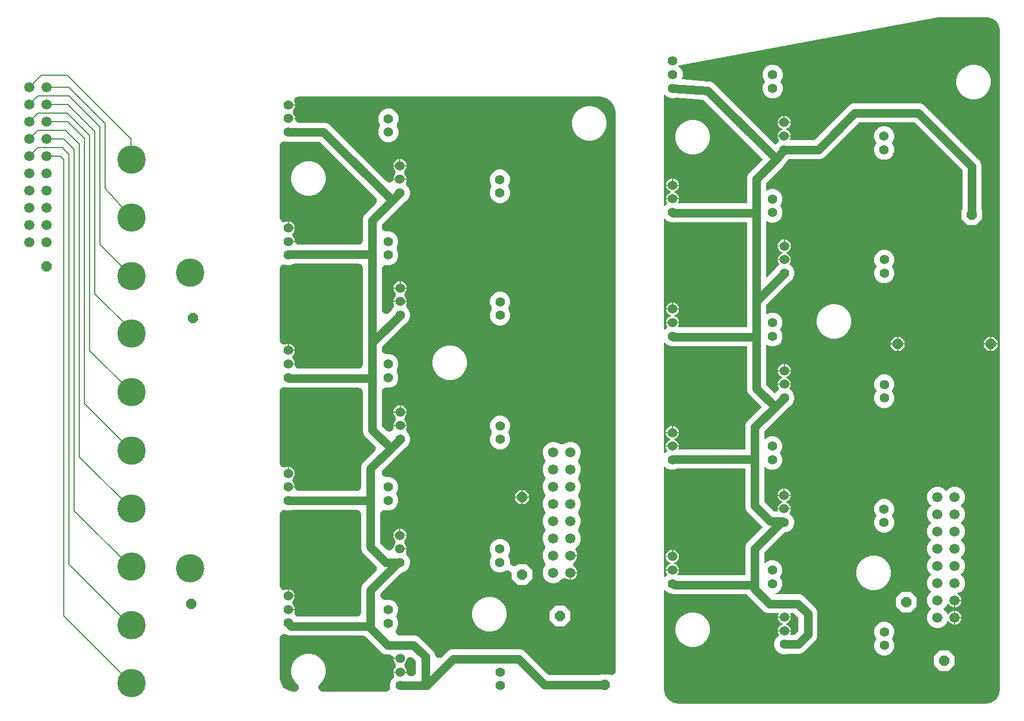
<source format=gbr>
G04 EAGLE Gerber RS-274X export*
G75*
%MOMM*%
%FSLAX34Y34*%
%LPD*%
%INTop Copper*%
%IPPOS*%
%AMOC8*
5,1,8,0,0,1.08239X$1,22.5*%
G01*
G04 Define Apertures*
%ADD10C,1.508000*%
%ADD11P,1.64956X8X22.5*%
%ADD12C,1.422400*%
%ADD13C,4.191000*%
%ADD14C,0.203200*%
%ADD15C,0.152400*%
%ADD16C,1.270000*%
G36*
X1438146Y25207D02*
X1437997Y25192D01*
X984928Y25192D01*
X984780Y25207D01*
X976826Y26789D01*
X976551Y26903D01*
X969809Y31408D01*
X969598Y31618D01*
X965093Y38361D01*
X964979Y38636D01*
X963397Y46589D01*
X963382Y46738D01*
X963382Y191998D01*
X963429Y192262D01*
X963589Y192520D01*
X963836Y192695D01*
X964132Y192760D01*
X964430Y192705D01*
X964683Y192537D01*
X967269Y189951D01*
X972684Y187709D01*
X974863Y187709D01*
X975154Y187651D01*
X977473Y186690D01*
X977521Y186690D01*
X977794Y186639D01*
X977839Y186622D01*
X980425Y186690D01*
X980445Y186690D01*
X1084924Y186690D01*
X1085210Y186634D01*
X1085463Y186467D01*
X1111053Y160877D01*
X1116188Y158750D01*
X1131468Y158750D01*
X1131737Y158701D01*
X1131994Y158540D01*
X1132168Y158291D01*
X1132230Y157994D01*
X1132172Y157696D01*
X1131062Y155016D01*
X1131062Y153858D01*
X1150366Y153858D01*
X1150366Y155016D01*
X1149256Y157696D01*
X1149198Y157964D01*
X1149249Y158263D01*
X1149412Y158518D01*
X1149662Y158690D01*
X1149960Y158750D01*
X1154678Y158750D01*
X1154964Y158694D01*
X1155217Y158527D01*
X1161286Y152458D01*
X1161449Y152216D01*
X1161509Y151919D01*
X1161509Y133643D01*
X1161453Y133357D01*
X1161286Y133104D01*
X1155471Y127289D01*
X1155229Y127126D01*
X1154932Y127066D01*
X1149804Y127066D01*
X1149535Y127115D01*
X1149278Y127276D01*
X1149105Y127525D01*
X1149042Y127822D01*
X1149100Y128120D01*
X1150366Y131176D01*
X1150366Y132334D01*
X1131062Y132334D01*
X1131062Y131176D01*
X1132531Y127629D01*
X1133122Y127038D01*
X1133278Y126813D01*
X1133345Y126517D01*
X1133292Y126219D01*
X1133127Y125964D01*
X1132875Y125795D01*
X1132369Y125585D01*
X1128225Y121441D01*
X1125982Y116026D01*
X1125982Y110166D01*
X1128225Y104751D01*
X1132369Y100607D01*
X1137784Y98364D01*
X1143644Y98364D01*
X1145344Y99068D01*
X1145636Y99126D01*
X1163813Y99126D01*
X1168947Y101253D01*
X1187322Y119628D01*
X1189449Y124762D01*
X1189449Y160800D01*
X1187322Y165934D01*
X1168693Y184563D01*
X1163559Y186690D01*
X1127623Y186690D01*
X1127365Y186735D01*
X1127106Y186892D01*
X1126928Y187138D01*
X1126861Y187434D01*
X1126914Y187732D01*
X1127080Y187987D01*
X1127331Y188156D01*
X1131279Y189791D01*
X1135423Y193935D01*
X1137666Y199350D01*
X1137666Y205211D01*
X1135423Y210626D01*
X1134307Y211742D01*
X1134149Y211972D01*
X1134084Y212268D01*
X1134140Y212566D01*
X1134307Y212819D01*
X1135423Y213935D01*
X1137666Y219350D01*
X1137666Y225211D01*
X1135423Y230626D01*
X1131279Y234770D01*
X1125864Y237013D01*
X1120004Y237013D01*
X1114589Y234770D01*
X1112551Y232732D01*
X1112331Y232579D01*
X1112036Y232509D01*
X1111737Y232560D01*
X1111482Y232723D01*
X1111310Y232973D01*
X1111250Y233270D01*
X1111250Y247898D01*
X1111306Y248184D01*
X1111473Y248437D01*
X1140882Y277846D01*
X1141124Y278009D01*
X1141421Y278069D01*
X1143390Y278069D01*
X1148805Y280312D01*
X1152949Y284456D01*
X1155192Y289871D01*
X1155192Y295731D01*
X1152949Y301146D01*
X1148805Y305290D01*
X1148299Y305500D01*
X1148069Y305648D01*
X1147894Y305896D01*
X1147829Y306192D01*
X1147884Y306490D01*
X1148052Y306743D01*
X1148643Y307334D01*
X1150112Y310881D01*
X1150112Y312039D01*
X1130808Y312039D01*
X1130808Y310881D01*
X1131285Y309730D01*
X1131343Y309462D01*
X1131292Y309163D01*
X1131128Y308908D01*
X1130878Y308736D01*
X1130581Y308676D01*
X1126176Y308676D01*
X1125890Y308732D01*
X1125637Y308899D01*
X1111473Y323063D01*
X1111310Y323305D01*
X1111250Y323602D01*
X1111250Y374044D01*
X1111297Y374307D01*
X1111456Y374565D01*
X1111704Y374740D01*
X1112000Y374806D01*
X1112298Y374750D01*
X1112551Y374582D01*
X1114589Y372544D01*
X1120004Y370302D01*
X1125864Y370302D01*
X1131279Y372544D01*
X1135423Y376688D01*
X1137666Y382103D01*
X1137666Y387964D01*
X1135423Y393379D01*
X1134307Y394495D01*
X1134149Y394725D01*
X1134084Y395021D01*
X1134140Y395319D01*
X1134307Y395572D01*
X1135423Y396688D01*
X1137666Y402103D01*
X1137666Y407964D01*
X1135423Y413379D01*
X1131279Y417523D01*
X1125864Y419766D01*
X1120004Y419766D01*
X1114589Y417523D01*
X1112551Y415485D01*
X1112331Y415332D01*
X1112036Y415262D01*
X1111737Y415313D01*
X1111482Y415476D01*
X1111310Y415726D01*
X1111250Y416023D01*
X1111250Y427034D01*
X1111306Y427320D01*
X1111473Y427573D01*
X1147112Y463212D01*
X1147359Y463377D01*
X1149059Y464081D01*
X1153203Y468225D01*
X1155446Y473640D01*
X1155446Y479500D01*
X1153203Y484915D01*
X1149059Y489059D01*
X1148553Y489269D01*
X1148323Y489417D01*
X1148148Y489665D01*
X1148083Y489961D01*
X1148138Y490259D01*
X1148306Y490512D01*
X1148897Y491103D01*
X1150366Y494650D01*
X1150366Y495808D01*
X1131062Y495808D01*
X1131062Y494650D01*
X1132531Y491103D01*
X1133122Y490512D01*
X1133278Y490287D01*
X1133345Y489991D01*
X1133292Y489693D01*
X1133127Y489438D01*
X1132875Y489269D01*
X1132369Y489059D01*
X1128225Y484915D01*
X1127682Y483605D01*
X1127534Y483375D01*
X1127286Y483199D01*
X1126990Y483134D01*
X1126692Y483190D01*
X1126439Y483357D01*
X1114013Y495783D01*
X1113850Y496025D01*
X1113790Y496322D01*
X1113790Y554149D01*
X1113839Y554418D01*
X1114000Y554674D01*
X1114249Y554848D01*
X1114546Y554911D01*
X1114844Y554853D01*
X1120258Y552610D01*
X1126118Y552610D01*
X1131533Y554853D01*
X1135677Y558997D01*
X1137920Y564412D01*
X1137920Y570272D01*
X1135677Y575687D01*
X1134561Y576803D01*
X1134403Y577034D01*
X1134338Y577330D01*
X1134394Y577628D01*
X1134561Y577881D01*
X1135677Y578997D01*
X1137920Y584412D01*
X1137920Y590272D01*
X1135677Y595687D01*
X1131533Y599831D01*
X1126118Y602074D01*
X1120258Y602074D01*
X1114844Y599831D01*
X1114576Y599774D01*
X1114277Y599825D01*
X1114022Y599988D01*
X1113850Y600238D01*
X1113790Y600535D01*
X1113790Y612553D01*
X1113842Y612831D01*
X1114007Y613085D01*
X1147241Y647094D01*
X1147495Y647265D01*
X1149059Y647913D01*
X1153203Y652057D01*
X1155446Y657472D01*
X1155446Y663333D01*
X1153203Y668748D01*
X1149059Y672892D01*
X1148553Y673101D01*
X1148323Y673250D01*
X1148148Y673497D01*
X1148083Y673793D01*
X1148138Y674091D01*
X1148306Y674344D01*
X1148897Y674935D01*
X1150366Y678483D01*
X1150366Y679641D01*
X1131062Y679641D01*
X1131062Y678483D01*
X1132531Y674935D01*
X1133122Y674344D01*
X1133278Y674119D01*
X1133345Y673824D01*
X1133292Y673525D01*
X1133127Y673271D01*
X1132875Y673101D01*
X1132369Y672892D01*
X1128225Y668748D01*
X1127464Y666910D01*
X1127305Y666669D01*
X1115097Y654177D01*
X1114871Y654018D01*
X1114576Y653948D01*
X1114277Y653999D01*
X1114022Y654162D01*
X1113850Y654412D01*
X1113790Y654709D01*
X1113790Y736648D01*
X1113839Y736917D01*
X1114000Y737173D01*
X1114249Y737347D01*
X1114546Y737410D01*
X1114844Y737352D01*
X1120258Y735109D01*
X1126118Y735109D01*
X1131533Y737352D01*
X1135677Y741496D01*
X1137920Y746911D01*
X1137920Y752771D01*
X1135677Y758186D01*
X1134561Y759302D01*
X1134403Y759533D01*
X1134338Y759829D01*
X1134394Y760127D01*
X1134561Y760380D01*
X1135677Y761496D01*
X1137920Y766911D01*
X1137920Y772771D01*
X1135677Y778186D01*
X1131533Y782330D01*
X1126118Y784573D01*
X1120258Y784573D01*
X1114844Y782330D01*
X1114576Y782273D01*
X1114277Y782324D01*
X1114022Y782487D01*
X1113850Y782737D01*
X1113790Y783034D01*
X1113790Y793048D01*
X1113846Y793334D01*
X1114013Y793587D01*
X1137429Y817003D01*
X1137601Y817132D01*
X1138203Y817463D01*
X1139429Y818996D01*
X1139485Y819059D01*
X1140873Y820447D01*
X1141136Y821082D01*
X1141245Y821266D01*
X1146946Y828392D01*
X1147243Y828617D01*
X1147541Y828678D01*
X1193406Y828678D01*
X1198541Y830804D01*
X1250163Y882427D01*
X1250405Y882590D01*
X1250702Y882650D01*
X1332478Y882650D01*
X1332764Y882594D01*
X1333017Y882427D01*
X1403127Y812317D01*
X1403290Y812075D01*
X1403350Y811778D01*
X1403350Y754658D01*
X1403294Y754372D01*
X1403127Y754119D01*
X1402080Y753073D01*
X1402080Y740447D01*
X1411007Y731520D01*
X1423633Y731520D01*
X1432560Y740447D01*
X1432560Y753073D01*
X1431513Y754119D01*
X1431350Y754361D01*
X1431290Y754658D01*
X1431290Y820659D01*
X1429163Y825793D01*
X1346493Y908463D01*
X1341359Y910590D01*
X1241821Y910590D01*
X1236687Y908463D01*
X1185064Y856841D01*
X1184823Y856678D01*
X1184525Y856618D01*
X1149550Y856618D01*
X1149281Y856667D01*
X1149024Y856828D01*
X1148851Y857077D01*
X1148788Y857373D01*
X1148846Y857671D01*
X1150112Y860728D01*
X1150112Y861886D01*
X1130808Y861886D01*
X1130808Y860728D01*
X1132277Y857180D01*
X1132868Y856589D01*
X1133024Y856364D01*
X1133091Y856069D01*
X1133038Y855770D01*
X1132873Y855516D01*
X1132621Y855346D01*
X1132115Y855137D01*
X1127971Y850992D01*
X1127875Y850761D01*
X1127727Y850532D01*
X1127479Y850356D01*
X1127183Y850291D01*
X1126885Y850347D01*
X1126632Y850514D01*
X1038199Y938948D01*
X1038161Y938989D01*
X1036699Y940683D01*
X1036335Y940866D01*
X1036139Y941008D01*
X1035851Y941295D01*
X1033784Y942152D01*
X1033733Y942175D01*
X1031734Y943181D01*
X1031328Y943210D01*
X1031093Y943266D01*
X1030717Y943422D01*
X1028479Y943422D01*
X1028423Y943424D01*
X990239Y946232D01*
X990026Y946279D01*
X989770Y946440D01*
X989596Y946689D01*
X989533Y946986D01*
X989591Y947283D01*
X990854Y950332D01*
X990854Y956192D01*
X988611Y961607D01*
X984675Y965543D01*
X984470Y965919D01*
X984465Y966222D01*
X984579Y966503D01*
X984794Y966717D01*
X985075Y966831D01*
X1367503Y1037847D01*
X1367642Y1037860D01*
X1439560Y1037860D01*
X1439709Y1037845D01*
X1446698Y1036455D01*
X1446973Y1036341D01*
X1452899Y1032382D01*
X1453109Y1032171D01*
X1457069Y1026246D01*
X1457182Y1025971D01*
X1458573Y1018981D01*
X1458587Y1018832D01*
X1458587Y45782D01*
X1458573Y45633D01*
X1457064Y38046D01*
X1456950Y37771D01*
X1452652Y31338D01*
X1452441Y31128D01*
X1446009Y26830D01*
X1445734Y26716D01*
X1438146Y25207D01*
G37*
%LPC*%
G36*
X1120512Y918370D02*
X1126372Y918370D01*
X1131787Y920613D01*
X1135931Y924757D01*
X1138174Y930172D01*
X1138174Y936032D01*
X1135931Y941447D01*
X1134815Y942563D01*
X1134657Y942794D01*
X1134592Y943090D01*
X1134648Y943388D01*
X1134815Y943641D01*
X1135931Y944757D01*
X1138174Y950172D01*
X1138174Y956032D01*
X1135931Y961447D01*
X1131787Y965591D01*
X1126372Y967834D01*
X1120512Y967834D01*
X1115097Y965591D01*
X1110953Y961447D01*
X1108710Y956032D01*
X1108710Y950172D01*
X1110953Y944757D01*
X1112069Y943641D01*
X1112227Y943410D01*
X1112292Y943114D01*
X1112236Y942816D01*
X1112069Y942563D01*
X1110953Y941447D01*
X1108710Y936032D01*
X1108710Y930172D01*
X1110953Y924757D01*
X1115097Y920613D01*
X1120512Y918370D01*
G37*
G36*
X1416516Y916940D02*
X1423204Y916940D01*
X1429664Y918671D01*
X1435456Y922015D01*
X1440185Y926744D01*
X1443529Y932536D01*
X1445260Y938996D01*
X1445260Y945684D01*
X1443529Y952144D01*
X1440185Y957936D01*
X1435456Y962665D01*
X1429664Y966009D01*
X1423204Y967740D01*
X1416516Y967740D01*
X1410056Y966009D01*
X1404264Y962665D01*
X1399535Y957936D01*
X1396191Y952144D01*
X1394460Y945684D01*
X1394460Y938996D01*
X1396191Y932536D01*
X1399535Y926744D01*
X1404264Y922015D01*
X1410056Y918671D01*
X1416516Y916940D01*
G37*
G36*
X1141222Y883410D02*
X1150112Y883410D01*
X1150112Y884567D01*
X1148643Y888115D01*
X1145927Y890830D01*
X1142380Y892300D01*
X1141222Y892300D01*
X1141222Y883410D01*
G37*
G36*
X1130808Y883410D02*
X1139698Y883410D01*
X1139698Y892300D01*
X1138540Y892300D01*
X1134993Y890830D01*
X1132277Y888115D01*
X1130808Y884567D01*
X1130808Y883410D01*
G37*
G36*
X1130808Y863410D02*
X1150112Y863410D01*
X1150112Y864567D01*
X1148643Y868115D01*
X1145927Y870830D01*
X1143239Y871944D01*
X1143014Y872088D01*
X1142837Y872334D01*
X1142769Y872629D01*
X1142822Y872928D01*
X1142988Y873182D01*
X1143239Y873352D01*
X1145927Y874465D01*
X1148643Y877180D01*
X1150112Y880728D01*
X1150112Y881886D01*
X1130808Y881886D01*
X1130808Y880728D01*
X1132277Y877180D01*
X1134993Y874465D01*
X1137681Y873352D01*
X1137906Y873207D01*
X1138083Y872961D01*
X1138151Y872666D01*
X1138098Y872367D01*
X1137932Y872113D01*
X1137681Y871944D01*
X1134993Y870830D01*
X1132277Y868115D01*
X1130808Y864567D01*
X1130808Y863410D01*
G37*
G36*
X1284850Y827756D02*
X1290710Y827756D01*
X1296125Y829998D01*
X1300269Y834142D01*
X1302512Y839557D01*
X1302512Y845418D01*
X1300269Y850833D01*
X1299153Y851949D01*
X1298995Y852179D01*
X1298930Y852475D01*
X1298986Y852773D01*
X1299153Y853026D01*
X1300269Y854142D01*
X1302512Y859557D01*
X1302512Y865418D01*
X1300269Y870833D01*
X1296125Y874977D01*
X1290710Y877220D01*
X1284850Y877220D01*
X1279435Y874977D01*
X1275291Y870833D01*
X1273048Y865418D01*
X1273048Y859557D01*
X1275291Y854142D01*
X1276407Y853026D01*
X1276565Y852796D01*
X1276630Y852500D01*
X1276574Y852202D01*
X1276407Y851949D01*
X1275291Y850833D01*
X1273048Y845418D01*
X1273048Y839557D01*
X1275291Y834142D01*
X1279435Y829998D01*
X1284850Y827756D01*
G37*
G36*
X1131062Y701165D02*
X1139952Y701165D01*
X1139952Y710055D01*
X1138794Y710055D01*
X1135247Y708585D01*
X1132531Y705870D01*
X1131062Y702322D01*
X1131062Y701165D01*
G37*
G36*
X1141476Y701165D02*
X1150366Y701165D01*
X1150366Y702322D01*
X1148897Y705870D01*
X1146181Y708585D01*
X1142634Y710055D01*
X1141476Y710055D01*
X1141476Y701165D01*
G37*
G36*
X1131062Y681165D02*
X1150366Y681165D01*
X1150366Y682322D01*
X1148897Y685870D01*
X1146181Y688585D01*
X1143493Y689699D01*
X1143268Y689843D01*
X1143091Y690089D01*
X1143023Y690384D01*
X1143076Y690683D01*
X1143242Y690937D01*
X1143493Y691107D01*
X1146181Y692220D01*
X1148897Y694935D01*
X1150366Y698483D01*
X1150366Y699641D01*
X1131062Y699641D01*
X1131062Y698483D01*
X1132531Y694935D01*
X1135247Y692220D01*
X1137935Y691107D01*
X1138160Y690962D01*
X1138337Y690716D01*
X1138405Y690421D01*
X1138352Y690122D01*
X1138186Y689868D01*
X1137935Y689699D01*
X1135247Y688585D01*
X1132531Y685870D01*
X1131062Y682322D01*
X1131062Y681165D01*
G37*
G36*
X1285104Y645511D02*
X1290964Y645511D01*
X1296379Y647753D01*
X1300523Y651897D01*
X1302766Y657312D01*
X1302766Y663173D01*
X1300523Y668588D01*
X1299407Y669704D01*
X1299249Y669934D01*
X1299184Y670230D01*
X1299240Y670528D01*
X1299407Y670781D01*
X1300523Y671897D01*
X1302766Y677312D01*
X1302766Y683173D01*
X1300523Y688588D01*
X1296379Y692732D01*
X1290964Y694975D01*
X1285104Y694975D01*
X1279689Y692732D01*
X1275545Y688588D01*
X1273302Y683173D01*
X1273302Y677312D01*
X1275545Y671897D01*
X1276661Y670781D01*
X1276819Y670551D01*
X1276884Y670255D01*
X1276828Y669957D01*
X1276661Y669704D01*
X1275545Y668588D01*
X1273302Y663173D01*
X1273302Y657312D01*
X1275545Y651897D01*
X1279689Y647753D01*
X1285104Y645511D01*
G37*
G36*
X1210776Y563880D02*
X1217464Y563880D01*
X1223924Y565611D01*
X1229716Y568955D01*
X1234445Y573684D01*
X1237789Y579476D01*
X1239520Y585936D01*
X1239520Y592624D01*
X1237789Y599084D01*
X1234445Y604876D01*
X1229716Y609605D01*
X1223924Y612949D01*
X1217464Y614680D01*
X1210776Y614680D01*
X1204316Y612949D01*
X1198524Y609605D01*
X1193795Y604876D01*
X1190451Y599084D01*
X1188720Y592624D01*
X1188720Y585936D01*
X1190451Y579476D01*
X1193795Y573684D01*
X1198524Y568955D01*
X1204316Y565611D01*
X1210776Y563880D01*
G37*
G36*
X1435100Y557022D02*
X1444498Y557022D01*
X1444498Y566420D01*
X1441052Y566420D01*
X1435100Y560468D01*
X1435100Y557022D01*
G37*
G36*
X1297940Y557022D02*
X1307338Y557022D01*
X1307338Y566420D01*
X1303892Y566420D01*
X1297940Y560468D01*
X1297940Y557022D01*
G37*
G36*
X1446022Y557022D02*
X1455420Y557022D01*
X1455420Y560468D01*
X1449468Y566420D01*
X1446022Y566420D01*
X1446022Y557022D01*
G37*
G36*
X1308862Y557022D02*
X1318260Y557022D01*
X1318260Y560468D01*
X1312308Y566420D01*
X1308862Y566420D01*
X1308862Y557022D01*
G37*
G36*
X1446022Y546100D02*
X1449468Y546100D01*
X1455420Y552052D01*
X1455420Y555498D01*
X1446022Y555498D01*
X1446022Y546100D01*
G37*
G36*
X1441052Y546100D02*
X1444498Y546100D01*
X1444498Y555498D01*
X1435100Y555498D01*
X1435100Y552052D01*
X1441052Y546100D01*
G37*
G36*
X1308862Y546100D02*
X1312308Y546100D01*
X1318260Y552052D01*
X1318260Y555498D01*
X1308862Y555498D01*
X1308862Y546100D01*
G37*
G36*
X1303892Y546100D02*
X1307338Y546100D01*
X1307338Y555498D01*
X1297940Y555498D01*
X1297940Y552052D01*
X1303892Y546100D01*
G37*
G36*
X1141476Y517332D02*
X1150366Y517332D01*
X1150366Y518490D01*
X1148897Y522037D01*
X1146181Y524753D01*
X1142634Y526222D01*
X1141476Y526222D01*
X1141476Y517332D01*
G37*
G36*
X1131062Y517332D02*
X1139952Y517332D01*
X1139952Y526222D01*
X1138794Y526222D01*
X1135247Y524753D01*
X1132531Y522037D01*
X1131062Y518490D01*
X1131062Y517332D01*
G37*
G36*
X1131062Y497332D02*
X1150366Y497332D01*
X1150366Y498490D01*
X1148897Y502037D01*
X1146181Y504753D01*
X1143493Y505866D01*
X1143268Y506010D01*
X1143091Y506256D01*
X1143023Y506552D01*
X1143076Y506850D01*
X1143242Y507105D01*
X1143493Y507274D01*
X1146181Y508387D01*
X1148897Y511103D01*
X1150366Y514650D01*
X1150366Y515808D01*
X1131062Y515808D01*
X1131062Y514650D01*
X1132531Y511103D01*
X1135247Y508387D01*
X1137935Y507274D01*
X1138160Y507130D01*
X1138337Y506884D01*
X1138405Y506588D01*
X1138352Y506290D01*
X1138186Y506036D01*
X1137935Y505866D01*
X1135247Y504753D01*
X1132531Y502037D01*
X1131062Y498490D01*
X1131062Y497332D01*
G37*
G36*
X1285104Y461678D02*
X1290964Y461678D01*
X1296379Y463921D01*
X1300523Y468065D01*
X1302766Y473480D01*
X1302766Y479340D01*
X1300523Y484755D01*
X1299407Y485871D01*
X1299249Y486102D01*
X1299184Y486398D01*
X1299240Y486696D01*
X1299407Y486949D01*
X1300523Y488065D01*
X1302766Y493480D01*
X1302766Y499340D01*
X1300523Y504755D01*
X1296379Y508899D01*
X1290964Y511142D01*
X1285104Y511142D01*
X1279689Y508899D01*
X1275545Y504755D01*
X1273302Y499340D01*
X1273302Y493480D01*
X1275545Y488065D01*
X1276661Y486949D01*
X1276819Y486718D01*
X1276884Y486422D01*
X1276828Y486124D01*
X1276661Y485871D01*
X1275545Y484755D01*
X1273302Y479340D01*
X1273302Y473480D01*
X1275545Y468065D01*
X1279689Y463921D01*
X1285104Y461678D01*
G37*
G36*
X1363504Y137240D02*
X1369536Y137240D01*
X1375107Y139548D01*
X1379372Y143813D01*
X1381265Y148383D01*
X1381409Y148609D01*
X1381655Y148786D01*
X1381951Y148853D01*
X1382250Y148800D01*
X1382504Y148635D01*
X1382673Y148383D01*
X1383375Y146690D01*
X1386210Y143855D01*
X1389915Y142320D01*
X1391158Y142320D01*
X1391158Y162480D01*
X1389915Y162480D01*
X1386210Y160945D01*
X1383375Y158110D01*
X1382673Y156417D01*
X1382529Y156191D01*
X1382283Y156014D01*
X1381988Y155947D01*
X1381689Y156000D01*
X1381435Y156165D01*
X1381265Y156417D01*
X1379372Y160987D01*
X1375798Y164561D01*
X1375640Y164792D01*
X1375575Y165088D01*
X1375631Y165386D01*
X1375798Y165639D01*
X1379372Y169213D01*
X1381265Y173783D01*
X1381409Y174009D01*
X1381655Y174186D01*
X1381951Y174253D01*
X1382250Y174200D01*
X1382504Y174035D01*
X1382673Y173783D01*
X1383375Y172090D01*
X1386210Y169255D01*
X1389915Y167720D01*
X1391158Y167720D01*
X1391158Y178562D01*
X1402000Y178562D01*
X1402000Y179805D01*
X1400465Y183510D01*
X1397630Y186345D01*
X1395937Y187047D01*
X1395711Y187191D01*
X1395534Y187437D01*
X1395467Y187733D01*
X1395520Y188031D01*
X1395685Y188285D01*
X1395937Y188455D01*
X1400507Y190348D01*
X1404772Y194613D01*
X1407080Y200184D01*
X1407080Y206216D01*
X1404772Y211787D01*
X1401198Y215361D01*
X1401040Y215592D01*
X1400975Y215888D01*
X1401031Y216186D01*
X1401198Y216439D01*
X1404772Y220013D01*
X1407080Y225584D01*
X1407080Y231616D01*
X1404772Y237187D01*
X1401198Y240761D01*
X1401040Y240992D01*
X1400975Y241288D01*
X1401031Y241586D01*
X1401198Y241839D01*
X1404772Y245413D01*
X1407080Y250984D01*
X1407080Y257016D01*
X1404772Y262587D01*
X1401198Y266161D01*
X1401040Y266392D01*
X1400975Y266688D01*
X1401031Y266986D01*
X1401198Y267239D01*
X1404772Y270813D01*
X1407080Y276384D01*
X1407080Y282416D01*
X1404772Y287987D01*
X1401198Y291561D01*
X1401040Y291792D01*
X1400975Y292088D01*
X1401031Y292386D01*
X1401198Y292639D01*
X1404772Y296213D01*
X1407080Y301784D01*
X1407080Y307816D01*
X1404772Y313387D01*
X1401198Y316961D01*
X1401040Y317192D01*
X1400975Y317488D01*
X1401031Y317786D01*
X1401198Y318039D01*
X1404772Y321613D01*
X1407080Y327184D01*
X1407080Y333216D01*
X1404772Y338787D01*
X1400507Y343052D01*
X1394936Y345360D01*
X1388904Y345360D01*
X1383333Y343052D01*
X1379759Y339478D01*
X1379528Y339320D01*
X1379232Y339255D01*
X1378934Y339311D01*
X1378681Y339478D01*
X1375107Y343052D01*
X1369536Y345360D01*
X1363504Y345360D01*
X1357933Y343052D01*
X1353668Y338787D01*
X1351360Y333216D01*
X1351360Y327184D01*
X1353668Y321613D01*
X1357242Y318039D01*
X1357400Y317808D01*
X1357465Y317512D01*
X1357409Y317214D01*
X1357242Y316961D01*
X1353668Y313387D01*
X1351360Y307816D01*
X1351360Y301784D01*
X1353668Y296213D01*
X1357242Y292639D01*
X1357400Y292408D01*
X1357465Y292112D01*
X1357409Y291814D01*
X1357242Y291561D01*
X1353668Y287987D01*
X1351360Y282416D01*
X1351360Y276384D01*
X1353668Y270813D01*
X1357242Y267239D01*
X1357400Y267008D01*
X1357465Y266712D01*
X1357409Y266414D01*
X1357242Y266161D01*
X1353668Y262587D01*
X1351360Y257016D01*
X1351360Y250984D01*
X1353668Y245413D01*
X1357242Y241839D01*
X1357400Y241608D01*
X1357465Y241312D01*
X1357409Y241014D01*
X1357242Y240761D01*
X1353668Y237187D01*
X1351360Y231616D01*
X1351360Y225584D01*
X1353668Y220013D01*
X1357242Y216439D01*
X1357400Y216208D01*
X1357465Y215912D01*
X1357409Y215614D01*
X1357242Y215361D01*
X1353668Y211787D01*
X1351360Y206216D01*
X1351360Y200184D01*
X1353668Y194613D01*
X1357242Y191039D01*
X1357400Y190808D01*
X1357465Y190512D01*
X1357409Y190214D01*
X1357242Y189961D01*
X1353668Y186387D01*
X1351360Y180816D01*
X1351360Y174784D01*
X1353668Y169213D01*
X1357242Y165639D01*
X1357400Y165408D01*
X1357465Y165112D01*
X1357409Y164814D01*
X1357242Y164561D01*
X1353668Y160987D01*
X1351360Y155416D01*
X1351360Y149384D01*
X1353668Y143813D01*
X1357933Y139548D01*
X1363504Y137240D01*
G37*
G36*
X1130808Y333563D02*
X1139698Y333563D01*
X1139698Y342453D01*
X1138540Y342453D01*
X1134993Y340984D01*
X1132277Y338268D01*
X1130808Y334721D01*
X1130808Y333563D01*
G37*
G36*
X1141222Y333563D02*
X1150112Y333563D01*
X1150112Y334721D01*
X1148643Y338268D01*
X1145927Y340984D01*
X1142380Y342453D01*
X1141222Y342453D01*
X1141222Y333563D01*
G37*
G36*
X1130808Y313563D02*
X1150112Y313563D01*
X1150112Y314721D01*
X1148643Y318268D01*
X1145927Y320984D01*
X1143239Y322097D01*
X1143014Y322241D01*
X1142837Y322487D01*
X1142769Y322783D01*
X1142822Y323081D01*
X1142988Y323336D01*
X1143239Y323505D01*
X1145927Y324618D01*
X1148643Y327334D01*
X1150112Y330881D01*
X1150112Y332039D01*
X1130808Y332039D01*
X1130808Y330881D01*
X1132277Y327334D01*
X1134993Y324618D01*
X1137681Y323505D01*
X1137906Y323361D01*
X1138083Y323115D01*
X1138151Y322819D01*
X1138098Y322521D01*
X1137932Y322267D01*
X1137681Y322097D01*
X1134993Y320984D01*
X1132277Y318268D01*
X1130808Y314721D01*
X1130808Y313563D01*
G37*
G36*
X1284850Y277909D02*
X1290710Y277909D01*
X1296125Y280152D01*
X1300269Y284296D01*
X1302512Y289711D01*
X1302512Y295571D01*
X1300269Y300986D01*
X1299153Y302102D01*
X1298995Y302333D01*
X1298930Y302629D01*
X1298986Y302927D01*
X1299153Y303180D01*
X1300269Y304296D01*
X1302512Y309711D01*
X1302512Y315571D01*
X1300269Y320986D01*
X1296125Y325130D01*
X1290710Y327373D01*
X1284850Y327373D01*
X1279435Y325130D01*
X1275291Y320986D01*
X1273048Y315571D01*
X1273048Y309711D01*
X1275291Y304296D01*
X1276407Y303180D01*
X1276565Y302949D01*
X1276630Y302653D01*
X1276574Y302355D01*
X1276407Y302102D01*
X1275291Y300986D01*
X1273048Y295571D01*
X1273048Y289711D01*
X1275291Y284296D01*
X1279435Y280152D01*
X1284850Y277909D01*
G37*
G36*
X1269196Y193040D02*
X1275884Y193040D01*
X1282344Y194771D01*
X1288136Y198115D01*
X1292865Y202844D01*
X1296209Y208636D01*
X1297940Y215096D01*
X1297940Y221784D01*
X1296209Y228244D01*
X1292865Y234036D01*
X1288136Y238765D01*
X1282344Y242109D01*
X1275884Y243840D01*
X1269196Y243840D01*
X1262736Y242109D01*
X1256944Y238765D01*
X1252215Y234036D01*
X1248871Y228244D01*
X1247140Y221784D01*
X1247140Y215096D01*
X1248871Y208636D01*
X1252215Y202844D01*
X1256944Y198115D01*
X1262736Y194771D01*
X1269196Y193040D01*
G37*
G36*
X1314487Y160020D02*
X1327113Y160020D01*
X1336040Y168947D01*
X1336040Y181573D01*
X1327113Y190500D01*
X1314487Y190500D01*
X1305560Y181573D01*
X1305560Y168947D01*
X1314487Y160020D01*
G37*
G36*
X1392682Y167720D02*
X1393925Y167720D01*
X1397630Y169255D01*
X1400465Y172090D01*
X1402000Y175795D01*
X1402000Y177038D01*
X1392682Y177038D01*
X1392682Y167720D01*
G37*
G36*
X1392682Y153162D02*
X1402000Y153162D01*
X1402000Y154405D01*
X1400465Y158110D01*
X1397630Y160945D01*
X1393925Y162480D01*
X1392682Y162480D01*
X1392682Y153162D01*
G37*
G36*
X1002496Y109220D02*
X1009184Y109220D01*
X1015644Y110951D01*
X1021436Y114295D01*
X1026165Y119024D01*
X1029509Y124816D01*
X1031240Y131276D01*
X1031240Y137964D01*
X1029509Y144424D01*
X1026165Y150216D01*
X1021436Y154945D01*
X1015644Y158289D01*
X1009184Y160020D01*
X1002496Y160020D01*
X996036Y158289D01*
X990244Y154945D01*
X985515Y150216D01*
X982171Y144424D01*
X980440Y137964D01*
X980440Y131276D01*
X982171Y124816D01*
X985515Y119024D01*
X990244Y114295D01*
X996036Y110951D01*
X1002496Y109220D01*
G37*
G36*
X1131062Y133858D02*
X1150366Y133858D01*
X1150366Y135016D01*
X1148897Y138563D01*
X1146181Y141279D01*
X1143493Y142392D01*
X1143268Y142536D01*
X1143091Y142782D01*
X1143023Y143078D01*
X1143076Y143376D01*
X1143242Y143631D01*
X1143493Y143800D01*
X1146181Y144913D01*
X1148897Y147629D01*
X1150366Y151176D01*
X1150366Y152334D01*
X1131062Y152334D01*
X1131062Y151176D01*
X1132531Y147629D01*
X1135247Y144913D01*
X1137935Y143800D01*
X1138160Y143656D01*
X1138337Y143410D01*
X1138405Y143114D01*
X1138352Y142816D01*
X1138186Y142562D01*
X1137935Y142392D01*
X1135247Y141279D01*
X1132531Y138563D01*
X1131062Y135016D01*
X1131062Y133858D01*
G37*
G36*
X1392682Y142320D02*
X1393925Y142320D01*
X1397630Y143855D01*
X1400465Y146690D01*
X1402000Y150395D01*
X1402000Y151638D01*
X1392682Y151638D01*
X1392682Y142320D01*
G37*
G36*
X1285104Y96570D02*
X1290964Y96570D01*
X1296379Y98813D01*
X1300523Y102957D01*
X1302766Y108372D01*
X1302766Y114233D01*
X1300523Y119647D01*
X1299407Y120764D01*
X1299249Y120994D01*
X1299184Y121290D01*
X1299240Y121588D01*
X1299407Y121841D01*
X1300523Y122957D01*
X1302766Y128372D01*
X1302766Y134233D01*
X1300523Y139647D01*
X1296379Y143792D01*
X1290964Y146034D01*
X1285104Y146034D01*
X1279689Y143792D01*
X1275545Y139647D01*
X1273302Y134233D01*
X1273302Y128372D01*
X1275545Y122957D01*
X1276661Y121841D01*
X1276819Y121611D01*
X1276884Y121315D01*
X1276828Y121016D01*
X1276661Y120764D01*
X1275545Y119647D01*
X1273302Y114233D01*
X1273302Y108372D01*
X1275545Y102957D01*
X1279689Y98813D01*
X1285104Y96570D01*
G37*
G36*
X1370367Y73660D02*
X1382993Y73660D01*
X1391920Y82587D01*
X1391920Y95213D01*
X1382993Y104140D01*
X1370367Y104140D01*
X1361440Y95213D01*
X1361440Y82587D01*
X1370367Y73660D01*
G37*
%LPD*%
G36*
X964464Y759498D02*
X964169Y759428D01*
X963870Y759479D01*
X963614Y759642D01*
X963443Y759892D01*
X963382Y760189D01*
X963382Y923328D01*
X963429Y923591D01*
X963589Y923849D01*
X963836Y924025D01*
X964132Y924090D01*
X964430Y924034D01*
X964683Y923867D01*
X967777Y920773D01*
X973192Y918530D01*
X979052Y918530D01*
X979929Y918893D01*
X980276Y918949D01*
X1021450Y915921D01*
X1021680Y915868D01*
X1021933Y915700D01*
X1108735Y828899D01*
X1108893Y828668D01*
X1108958Y828372D01*
X1108902Y828074D01*
X1108735Y827821D01*
X1087977Y807063D01*
X1085850Y801929D01*
X1085850Y764032D01*
X1085799Y763757D01*
X1085635Y763502D01*
X1085385Y763330D01*
X1085088Y763270D01*
X984627Y763270D01*
X984363Y763317D01*
X984105Y763476D01*
X983930Y763724D01*
X983865Y764020D01*
X983920Y764318D01*
X984030Y764483D01*
X985520Y768081D01*
X985520Y769239D01*
X966216Y769239D01*
X966216Y768081D01*
X967685Y764534D01*
X968276Y763943D01*
X968432Y763718D01*
X968499Y763422D01*
X968446Y763124D01*
X968281Y762869D01*
X968029Y762700D01*
X967523Y762490D01*
X964683Y759651D01*
X964464Y759498D01*
G37*
%LPC*%
G36*
X1002496Y835660D02*
X1009184Y835660D01*
X1015644Y837391D01*
X1021436Y840735D01*
X1026165Y845464D01*
X1029509Y851256D01*
X1031240Y857716D01*
X1031240Y864404D01*
X1029509Y870864D01*
X1026165Y876656D01*
X1021436Y881385D01*
X1015644Y884729D01*
X1009184Y886460D01*
X1002496Y886460D01*
X996036Y884729D01*
X990244Y881385D01*
X985515Y876656D01*
X982171Y870864D01*
X980440Y864404D01*
X980440Y857716D01*
X982171Y851256D01*
X985515Y845464D01*
X990244Y840735D01*
X996036Y837391D01*
X1002496Y835660D01*
G37*
G36*
X976630Y790763D02*
X985520Y790763D01*
X985520Y791921D01*
X984051Y795468D01*
X981335Y798184D01*
X977788Y799653D01*
X976630Y799653D01*
X976630Y790763D01*
G37*
G36*
X966216Y790763D02*
X975106Y790763D01*
X975106Y799653D01*
X973948Y799653D01*
X970401Y798184D01*
X967685Y795468D01*
X966216Y791921D01*
X966216Y790763D01*
G37*
G36*
X966216Y770763D02*
X985520Y770763D01*
X985520Y771921D01*
X984051Y775468D01*
X981335Y778184D01*
X978647Y779297D01*
X978422Y779441D01*
X978245Y779687D01*
X978177Y779983D01*
X978230Y780281D01*
X978396Y780536D01*
X978647Y780705D01*
X981335Y781818D01*
X984051Y784534D01*
X985520Y788081D01*
X985520Y789239D01*
X966216Y789239D01*
X966216Y788081D01*
X967685Y784534D01*
X970401Y781818D01*
X973089Y780705D01*
X973314Y780561D01*
X973491Y780315D01*
X973559Y780019D01*
X973506Y779721D01*
X973340Y779467D01*
X973089Y779297D01*
X970401Y778184D01*
X967685Y775468D01*
X966216Y771921D01*
X966216Y770763D01*
G37*
%LPD*%
G36*
X964464Y576999D02*
X964169Y576929D01*
X963870Y576980D01*
X963614Y577143D01*
X963443Y577393D01*
X963382Y577690D01*
X963382Y739813D01*
X963429Y740076D01*
X963589Y740334D01*
X963836Y740510D01*
X964132Y740575D01*
X964430Y740519D01*
X964683Y740352D01*
X967523Y737512D01*
X972938Y735269D01*
X976530Y735269D01*
X976632Y735262D01*
X977952Y735084D01*
X978559Y735244D01*
X978753Y735269D01*
X978798Y735269D01*
X978806Y735272D01*
X979097Y735330D01*
X1085088Y735330D01*
X1085363Y735279D01*
X1085618Y735115D01*
X1085790Y734865D01*
X1085850Y734568D01*
X1085850Y621398D01*
X1085818Y621234D01*
X1085850Y618481D01*
X1085850Y618472D01*
X1085850Y581152D01*
X1085799Y580877D01*
X1085635Y580622D01*
X1085385Y580450D01*
X1085088Y580390D01*
X984246Y580390D01*
X983982Y580437D01*
X983724Y580596D01*
X983549Y580844D01*
X983484Y581140D01*
X983539Y581438D01*
X983707Y581691D01*
X984051Y582035D01*
X985520Y585582D01*
X985520Y586740D01*
X966216Y586740D01*
X966216Y585582D01*
X967685Y582035D01*
X968276Y581444D01*
X968432Y581219D01*
X968499Y580923D01*
X968446Y580625D01*
X968281Y580370D01*
X968029Y580201D01*
X967523Y579991D01*
X964683Y577152D01*
X964464Y576999D01*
G37*
%LPC*%
G36*
X966216Y608264D02*
X975106Y608264D01*
X975106Y617154D01*
X973948Y617154D01*
X970401Y615685D01*
X967685Y612969D01*
X966216Y609422D01*
X966216Y608264D01*
G37*
G36*
X976630Y608264D02*
X985520Y608264D01*
X985520Y609422D01*
X984051Y612969D01*
X981335Y615685D01*
X977788Y617154D01*
X976630Y617154D01*
X976630Y608264D01*
G37*
G36*
X966216Y588264D02*
X985520Y588264D01*
X985520Y589422D01*
X984051Y592969D01*
X981335Y595685D01*
X978647Y596798D01*
X978422Y596942D01*
X978245Y597188D01*
X978177Y597484D01*
X978230Y597782D01*
X978396Y598037D01*
X978647Y598206D01*
X981335Y599319D01*
X984051Y602035D01*
X985520Y605582D01*
X985520Y606740D01*
X966216Y606740D01*
X966216Y605582D01*
X967685Y602035D01*
X970401Y599319D01*
X973089Y598206D01*
X973314Y598062D01*
X973491Y597816D01*
X973559Y597520D01*
X973506Y597222D01*
X973340Y596968D01*
X973089Y596798D01*
X970401Y595685D01*
X967685Y592969D01*
X966216Y589422D01*
X966216Y588264D01*
G37*
%LPD*%
G36*
X964464Y394944D02*
X964169Y394874D01*
X963870Y394925D01*
X963614Y395088D01*
X963443Y395339D01*
X963382Y395636D01*
X963382Y557314D01*
X963429Y557577D01*
X963589Y557835D01*
X963836Y558011D01*
X964132Y558076D01*
X964430Y558020D01*
X964683Y557853D01*
X967523Y555013D01*
X972938Y552770D01*
X973247Y552770D01*
X973539Y552712D01*
X974171Y552450D01*
X1085088Y552450D01*
X1085363Y552399D01*
X1085618Y552235D01*
X1085790Y551985D01*
X1085850Y551688D01*
X1085850Y487441D01*
X1087977Y482307D01*
X1106797Y463487D01*
X1106955Y463256D01*
X1107020Y462960D01*
X1106964Y462662D01*
X1106797Y462409D01*
X1085437Y441049D01*
X1083310Y435915D01*
X1083310Y400812D01*
X1083259Y400537D01*
X1083095Y400282D01*
X1082845Y400110D01*
X1082548Y400050D01*
X985071Y400050D01*
X984802Y400099D01*
X984545Y400260D01*
X984372Y400509D01*
X984309Y400806D01*
X984367Y401104D01*
X985266Y403274D01*
X985266Y404432D01*
X965962Y404432D01*
X965962Y403274D01*
X967431Y399726D01*
X967998Y399159D01*
X968154Y398935D01*
X968221Y398639D01*
X968168Y398340D01*
X968002Y398086D01*
X967751Y397917D01*
X967703Y397897D01*
X967568Y397807D01*
X967269Y397683D01*
X964683Y395097D01*
X964464Y394944D01*
G37*
%LPC*%
G36*
X976376Y425956D02*
X985266Y425956D01*
X985266Y427113D01*
X983797Y430661D01*
X981081Y433376D01*
X977534Y434846D01*
X976376Y434846D01*
X976376Y425956D01*
G37*
G36*
X965962Y425956D02*
X974852Y425956D01*
X974852Y434846D01*
X973694Y434846D01*
X970147Y433376D01*
X967431Y430661D01*
X965962Y427113D01*
X965962Y425956D01*
G37*
G36*
X965962Y405956D02*
X985266Y405956D01*
X985266Y407113D01*
X983797Y410661D01*
X981081Y413376D01*
X978393Y414490D01*
X978168Y414634D01*
X977991Y414880D01*
X977923Y415175D01*
X977976Y415474D01*
X978142Y415728D01*
X978393Y415898D01*
X981081Y417011D01*
X983797Y419726D01*
X985266Y423274D01*
X985266Y424432D01*
X965962Y424432D01*
X965962Y423274D01*
X967431Y419726D01*
X970147Y417011D01*
X972835Y415898D01*
X973060Y415753D01*
X973237Y415507D01*
X973305Y415212D01*
X973252Y414913D01*
X973086Y414659D01*
X972835Y414490D01*
X970147Y413376D01*
X967431Y410661D01*
X965962Y407113D01*
X965962Y405956D01*
G37*
%LPD*%
G36*
X964464Y212191D02*
X964169Y212121D01*
X963870Y212172D01*
X963614Y212335D01*
X963443Y212586D01*
X963382Y212883D01*
X963382Y374751D01*
X963429Y375015D01*
X963589Y375273D01*
X963836Y375448D01*
X964132Y375513D01*
X964430Y375458D01*
X964683Y375290D01*
X967269Y372704D01*
X972684Y370462D01*
X978544Y370462D01*
X982384Y372052D01*
X982676Y372110D01*
X1082548Y372110D01*
X1082823Y372059D01*
X1083078Y371895D01*
X1083250Y371645D01*
X1083310Y371348D01*
X1083310Y314721D01*
X1085437Y309587D01*
X1108735Y286289D01*
X1108893Y286058D01*
X1108958Y285762D01*
X1108902Y285464D01*
X1108735Y285211D01*
X1085437Y261913D01*
X1083310Y256779D01*
X1083310Y215392D01*
X1083259Y215117D01*
X1083095Y214862D01*
X1082845Y214690D01*
X1082548Y214630D01*
X984574Y214630D01*
X984288Y214686D01*
X984036Y214853D01*
X983959Y214930D01*
X983453Y215139D01*
X983223Y215288D01*
X983048Y215535D01*
X982983Y215831D01*
X983038Y216129D01*
X983206Y216382D01*
X983797Y216973D01*
X985266Y220521D01*
X985266Y221679D01*
X965962Y221679D01*
X965962Y220521D01*
X967431Y216973D01*
X968022Y216382D01*
X968178Y216157D01*
X968245Y215862D01*
X968192Y215563D01*
X968027Y215309D01*
X967775Y215139D01*
X967269Y214930D01*
X964683Y212344D01*
X964464Y212191D01*
G37*
%LPC*%
G36*
X965962Y243203D02*
X974852Y243203D01*
X974852Y252093D01*
X973694Y252093D01*
X970147Y250623D01*
X967431Y247908D01*
X965962Y244360D01*
X965962Y243203D01*
G37*
G36*
X976376Y243203D02*
X985266Y243203D01*
X985266Y244360D01*
X983797Y247908D01*
X981081Y250623D01*
X977534Y252093D01*
X976376Y252093D01*
X976376Y243203D01*
G37*
G36*
X965962Y223203D02*
X985266Y223203D01*
X985266Y224360D01*
X983797Y227908D01*
X981081Y230623D01*
X978393Y231737D01*
X978168Y231881D01*
X977991Y232127D01*
X977923Y232422D01*
X977976Y232721D01*
X978142Y232975D01*
X978393Y233145D01*
X981081Y234258D01*
X983797Y236973D01*
X985266Y240521D01*
X985266Y241679D01*
X965962Y241679D01*
X965962Y240521D01*
X967431Y236973D01*
X970147Y234258D01*
X972835Y233145D01*
X973060Y233000D01*
X973237Y232754D01*
X973305Y232459D01*
X973252Y232160D01*
X973086Y231906D01*
X972835Y231737D01*
X970147Y230623D01*
X967431Y227908D01*
X965962Y224360D01*
X965962Y223203D01*
G37*
%LPD*%
G36*
X868564Y67813D02*
X866087Y67310D01*
X795817Y67310D01*
X793434Y67774D01*
X791327Y69170D01*
X757213Y103283D01*
X752079Y105410D01*
X650001Y105410D01*
X644867Y103283D01*
X636189Y94605D01*
X634314Y93309D01*
X631850Y92747D01*
X629362Y93191D01*
X627244Y94570D01*
X625832Y96665D01*
X623442Y102434D01*
X602273Y123603D01*
X597139Y125730D01*
X574230Y125730D01*
X572036Y126121D01*
X569886Y127449D01*
X568424Y129510D01*
X567881Y131979D01*
X568345Y134463D01*
X568588Y134830D01*
X571246Y141248D01*
X571246Y147108D01*
X569324Y151748D01*
X568841Y154127D01*
X569324Y156608D01*
X571246Y161248D01*
X571246Y167108D01*
X569003Y172523D01*
X564859Y176667D01*
X559444Y178910D01*
X553323Y178910D01*
X551764Y178561D01*
X549266Y178945D01*
X547116Y180273D01*
X545654Y182334D01*
X545111Y184803D01*
X545575Y187287D01*
X546971Y189394D01*
X575429Y217852D01*
X577489Y219229D01*
X582385Y221257D01*
X586529Y225401D01*
X588772Y230816D01*
X588772Y236676D01*
X586529Y242091D01*
X584672Y243948D01*
X583335Y245915D01*
X582812Y248388D01*
X583295Y250869D01*
X583692Y251826D01*
X583692Y252984D01*
X573278Y252984D01*
X573278Y254508D01*
X583692Y254508D01*
X583692Y255666D01*
X582223Y259213D01*
X582180Y259256D01*
X580863Y261176D01*
X580321Y263645D01*
X580784Y266129D01*
X582180Y268236D01*
X582223Y268279D01*
X583692Y271826D01*
X583692Y272984D01*
X564388Y272984D01*
X564388Y271826D01*
X565857Y268279D01*
X565900Y268236D01*
X567217Y266316D01*
X567759Y263847D01*
X567296Y261363D01*
X565900Y259256D01*
X565857Y259213D01*
X564247Y255326D01*
X563012Y253411D01*
X560950Y251949D01*
X558482Y251407D01*
X555997Y251870D01*
X553891Y253266D01*
X546690Y260467D01*
X545333Y262480D01*
X544830Y264957D01*
X544830Y304416D01*
X545239Y306658D01*
X546584Y308798D01*
X548657Y310244D01*
X551129Y310766D01*
X553554Y310294D01*
X559444Y310294D01*
X564859Y312537D01*
X569003Y316681D01*
X571246Y322096D01*
X571246Y327956D01*
X569324Y332596D01*
X568841Y334975D01*
X569324Y337456D01*
X571246Y342096D01*
X571246Y347956D01*
X569003Y353371D01*
X564859Y357515D01*
X559444Y359758D01*
X553529Y359758D01*
X551334Y360149D01*
X549184Y361477D01*
X547722Y363538D01*
X547180Y366007D01*
X547643Y368491D01*
X549039Y370598D01*
X579906Y401466D01*
X581966Y402842D01*
X582639Y403121D01*
X586783Y407265D01*
X589026Y412680D01*
X589026Y418540D01*
X586783Y423955D01*
X584926Y425812D01*
X583589Y427779D01*
X583066Y430252D01*
X583549Y432733D01*
X583946Y433690D01*
X583946Y434848D01*
X564642Y434848D01*
X564642Y433105D01*
X564251Y430910D01*
X562923Y428760D01*
X560862Y427298D01*
X558393Y426756D01*
X555909Y427219D01*
X553802Y428615D01*
X549230Y433187D01*
X547873Y435200D01*
X547370Y437677D01*
X547370Y485300D01*
X547797Y487589D01*
X549159Y489718D01*
X551243Y491147D01*
X553720Y491650D01*
X559698Y491650D01*
X565113Y493893D01*
X569257Y498037D01*
X571500Y503452D01*
X571500Y509312D01*
X569578Y513952D01*
X569095Y516331D01*
X569578Y518812D01*
X571500Y523452D01*
X571500Y529312D01*
X569257Y534727D01*
X565113Y538871D01*
X559698Y541114D01*
X553720Y541114D01*
X551431Y541541D01*
X549302Y542903D01*
X547873Y544987D01*
X547370Y547464D01*
X547370Y549179D01*
X547834Y551562D01*
X549230Y553669D01*
X579906Y584346D01*
X581966Y585722D01*
X582639Y586001D01*
X586783Y590145D01*
X589026Y595560D01*
X589026Y601420D01*
X586783Y606835D01*
X584926Y608692D01*
X583589Y610659D01*
X583066Y613132D01*
X583549Y615613D01*
X583946Y616570D01*
X583946Y617728D01*
X564642Y617728D01*
X564642Y616570D01*
X565039Y615613D01*
X565521Y613284D01*
X565058Y610799D01*
X563662Y608692D01*
X561805Y606835D01*
X561526Y606162D01*
X560150Y604102D01*
X558210Y602163D01*
X556382Y600888D01*
X553922Y600306D01*
X551431Y600730D01*
X549302Y602092D01*
X547873Y604176D01*
X547370Y606653D01*
X547370Y665894D01*
X547797Y668183D01*
X549159Y670312D01*
X551243Y671741D01*
X553720Y672244D01*
X559698Y672244D01*
X565113Y674487D01*
X569257Y678631D01*
X571500Y684046D01*
X571500Y689906D01*
X569578Y694546D01*
X569095Y696925D01*
X569578Y699406D01*
X571500Y704046D01*
X571500Y709906D01*
X569257Y715321D01*
X565113Y719465D01*
X559698Y721708D01*
X553720Y721708D01*
X551431Y722135D01*
X549302Y723497D01*
X547873Y725581D01*
X547370Y728058D01*
X547370Y729773D01*
X547834Y732156D01*
X549230Y734263D01*
X579652Y764686D01*
X581712Y766062D01*
X582385Y766341D01*
X586529Y770485D01*
X588772Y775900D01*
X588772Y781760D01*
X586529Y787175D01*
X584672Y789032D01*
X583335Y790999D01*
X582812Y793472D01*
X583295Y795953D01*
X583692Y796910D01*
X583692Y798068D01*
X564007Y798068D01*
X564007Y798572D01*
X563997Y798514D01*
X562669Y796364D01*
X560608Y794902D01*
X558139Y794360D01*
X555655Y794823D01*
X553548Y796219D01*
X469431Y880335D01*
X464297Y882462D01*
X425704Y882462D01*
X423415Y882889D01*
X421286Y884251D01*
X419857Y886335D01*
X419574Y887730D01*
X408940Y887730D01*
X408940Y889254D01*
X419354Y889254D01*
X419354Y890412D01*
X417885Y893959D01*
X417842Y894002D01*
X416525Y895922D01*
X415983Y898391D01*
X416446Y900875D01*
X417842Y902982D01*
X417885Y903025D01*
X419354Y906572D01*
X419354Y907730D01*
X408940Y907730D01*
X408940Y909254D01*
X419354Y909254D01*
X419354Y910412D01*
X418597Y912240D01*
X418117Y914468D01*
X418540Y916959D01*
X419902Y919088D01*
X421987Y920517D01*
X424463Y921020D01*
X867683Y921020D01*
X868922Y920898D01*
X875862Y919518D01*
X878151Y918569D01*
X884034Y914639D01*
X885786Y912887D01*
X889717Y907003D01*
X890665Y904714D01*
X892045Y897775D01*
X892167Y896536D01*
X892167Y74355D01*
X891776Y72161D01*
X890448Y70011D01*
X888387Y68549D01*
X885919Y68006D01*
X883434Y68470D01*
X883268Y68580D01*
X869702Y68580D01*
X868564Y67813D01*
G37*
%LPC*%
G36*
X850096Y855980D02*
X856784Y855980D01*
X863244Y857711D01*
X869036Y861055D01*
X873765Y865784D01*
X877109Y871576D01*
X878840Y878036D01*
X878840Y884724D01*
X877109Y891184D01*
X873765Y896976D01*
X869036Y901705D01*
X863244Y905049D01*
X856784Y906780D01*
X850096Y906780D01*
X843636Y905049D01*
X837844Y901705D01*
X833115Y896976D01*
X829771Y891184D01*
X828040Y884724D01*
X828040Y878036D01*
X829771Y871576D01*
X833115Y865784D01*
X837844Y861055D01*
X843636Y857711D01*
X850096Y855980D01*
G37*
G36*
X554092Y853600D02*
X559952Y853600D01*
X565367Y855843D01*
X569511Y859987D01*
X571754Y865402D01*
X571754Y871262D01*
X569832Y875902D01*
X569349Y878281D01*
X569832Y880762D01*
X571754Y885402D01*
X571754Y891262D01*
X569511Y896677D01*
X565367Y900821D01*
X559952Y903064D01*
X554092Y903064D01*
X548677Y900821D01*
X544533Y896677D01*
X542290Y891262D01*
X542290Y885402D01*
X544212Y880762D01*
X544695Y878383D01*
X544212Y875902D01*
X542290Y871262D01*
X542290Y865402D01*
X544533Y859987D01*
X548677Y855843D01*
X554092Y853600D01*
G37*
G36*
X564388Y819592D02*
X573278Y819592D01*
X573278Y828482D01*
X572120Y828482D01*
X568573Y827013D01*
X565857Y824297D01*
X564388Y820750D01*
X564388Y819592D01*
G37*
G36*
X574802Y819592D02*
X583692Y819592D01*
X583692Y820750D01*
X582223Y824297D01*
X579507Y827013D01*
X575960Y828482D01*
X574802Y828482D01*
X574802Y819592D01*
G37*
G36*
X564189Y799592D02*
X583692Y799592D01*
X583692Y800750D01*
X582223Y804297D01*
X582180Y804340D01*
X580863Y806260D01*
X580321Y808729D01*
X580784Y811213D01*
X582180Y813320D01*
X582223Y813363D01*
X583692Y816910D01*
X583692Y818068D01*
X564388Y818068D01*
X564388Y816910D01*
X565857Y813363D01*
X565900Y813320D01*
X567217Y811400D01*
X567759Y808931D01*
X567296Y806447D01*
X565900Y804340D01*
X565857Y804297D01*
X564388Y800750D01*
X564388Y800709D01*
X564189Y799592D01*
G37*
G36*
X718430Y763938D02*
X724290Y763938D01*
X729705Y766181D01*
X733849Y770325D01*
X736092Y775740D01*
X736092Y781600D01*
X734170Y786240D01*
X733687Y788619D01*
X734170Y791100D01*
X736092Y795740D01*
X736092Y801600D01*
X733849Y807015D01*
X729705Y811159D01*
X724290Y813402D01*
X718430Y813402D01*
X713015Y811159D01*
X708871Y807015D01*
X706628Y801600D01*
X706628Y795740D01*
X708550Y791100D01*
X709033Y788721D01*
X708550Y786240D01*
X706628Y781600D01*
X706628Y775740D01*
X708871Y770325D01*
X713015Y766181D01*
X718430Y763938D01*
G37*
G36*
X575056Y639252D02*
X583946Y639252D01*
X583946Y640410D01*
X582477Y643957D01*
X579761Y646673D01*
X576214Y648142D01*
X575056Y648142D01*
X575056Y639252D01*
G37*
G36*
X564642Y639252D02*
X573532Y639252D01*
X573532Y648142D01*
X572374Y648142D01*
X568827Y646673D01*
X566111Y643957D01*
X564642Y640410D01*
X564642Y639252D01*
G37*
G36*
X564642Y619252D02*
X583946Y619252D01*
X583946Y620410D01*
X582477Y623957D01*
X582434Y624000D01*
X581117Y625920D01*
X580575Y628389D01*
X581038Y630873D01*
X582434Y632980D01*
X582477Y633023D01*
X583946Y636570D01*
X583946Y637728D01*
X564642Y637728D01*
X564642Y636570D01*
X566111Y633023D01*
X566154Y632980D01*
X567471Y631060D01*
X568013Y628591D01*
X567550Y626107D01*
X566154Y624000D01*
X566111Y623957D01*
X564642Y620410D01*
X564642Y619252D01*
G37*
G36*
X718684Y583598D02*
X724544Y583598D01*
X729959Y585841D01*
X734103Y589985D01*
X736346Y595400D01*
X736346Y601260D01*
X734424Y605900D01*
X733941Y608279D01*
X734424Y610760D01*
X736346Y615400D01*
X736346Y621260D01*
X734103Y626675D01*
X729959Y630819D01*
X724544Y633062D01*
X718684Y633062D01*
X713269Y630819D01*
X709125Y626675D01*
X706882Y621260D01*
X706882Y615400D01*
X708804Y610760D01*
X709287Y608381D01*
X708804Y605900D01*
X706882Y601260D01*
X706882Y595400D01*
X709125Y589985D01*
X713269Y585841D01*
X718684Y583598D01*
G37*
G36*
X644356Y502920D02*
X651044Y502920D01*
X657504Y504651D01*
X663296Y507995D01*
X668025Y512724D01*
X671369Y518516D01*
X673100Y524976D01*
X673100Y531664D01*
X671369Y538124D01*
X668025Y543916D01*
X663296Y548645D01*
X657504Y551989D01*
X651044Y553720D01*
X644356Y553720D01*
X637896Y551989D01*
X632104Y548645D01*
X627375Y543916D01*
X624031Y538124D01*
X622300Y531664D01*
X622300Y524976D01*
X624031Y518516D01*
X627375Y512724D01*
X632104Y507995D01*
X637896Y504651D01*
X644356Y502920D01*
G37*
G36*
X564642Y456372D02*
X573532Y456372D01*
X573532Y465262D01*
X572374Y465262D01*
X568827Y463793D01*
X566111Y461077D01*
X564642Y457530D01*
X564642Y456372D01*
G37*
G36*
X575056Y456372D02*
X583946Y456372D01*
X583946Y457530D01*
X582477Y461077D01*
X579761Y463793D01*
X576214Y465262D01*
X575056Y465262D01*
X575056Y456372D01*
G37*
G36*
X564642Y436372D02*
X583946Y436372D01*
X583946Y437530D01*
X582477Y441077D01*
X582434Y441120D01*
X581117Y443040D01*
X580575Y445509D01*
X581038Y447993D01*
X582434Y450100D01*
X582477Y450143D01*
X583946Y453690D01*
X583946Y454848D01*
X564642Y454848D01*
X564642Y453690D01*
X566111Y450143D01*
X566154Y450100D01*
X567471Y448180D01*
X568013Y445711D01*
X567550Y443227D01*
X566154Y441120D01*
X566111Y441077D01*
X564642Y437530D01*
X564642Y436372D01*
G37*
G36*
X718684Y400718D02*
X724544Y400718D01*
X729959Y402961D01*
X734103Y407105D01*
X736346Y412520D01*
X736346Y418380D01*
X734424Y423020D01*
X733941Y425399D01*
X734424Y427880D01*
X736346Y432520D01*
X736346Y438380D01*
X734103Y443795D01*
X729959Y447939D01*
X724544Y450182D01*
X718684Y450182D01*
X713269Y447939D01*
X709125Y443795D01*
X706882Y438380D01*
X706882Y432520D01*
X708804Y427880D01*
X709287Y425501D01*
X708804Y423020D01*
X706882Y418380D01*
X706882Y412520D01*
X709125Y407105D01*
X713269Y402961D01*
X718684Y400718D01*
G37*
G36*
X797084Y203280D02*
X803116Y203280D01*
X808687Y205588D01*
X811984Y208885D01*
X813951Y210222D01*
X816424Y210745D01*
X818905Y210261D01*
X823495Y208360D01*
X824738Y208360D01*
X824738Y219202D01*
X835580Y219202D01*
X835580Y220445D01*
X834045Y224150D01*
X831545Y226650D01*
X830229Y228570D01*
X829686Y231039D01*
X830150Y233523D01*
X831545Y235630D01*
X834045Y238130D01*
X835580Y241835D01*
X835580Y243078D01*
X824738Y243078D01*
X824738Y244602D01*
X835580Y244602D01*
X835580Y245845D01*
X833679Y250435D01*
X833196Y252764D01*
X833659Y255249D01*
X835055Y257356D01*
X838352Y260653D01*
X840660Y266224D01*
X840660Y272256D01*
X838171Y278265D01*
X837413Y279370D01*
X836871Y281839D01*
X837334Y284323D01*
X838139Y285539D01*
X840660Y291624D01*
X840660Y297656D01*
X838171Y303665D01*
X837413Y304770D01*
X836871Y307239D01*
X837334Y309723D01*
X838139Y310939D01*
X840660Y317024D01*
X840660Y323056D01*
X838171Y329065D01*
X837413Y330170D01*
X836871Y332639D01*
X837334Y335123D01*
X838139Y336339D01*
X840660Y342424D01*
X840660Y348456D01*
X838171Y354465D01*
X837413Y355570D01*
X836871Y358039D01*
X837334Y360523D01*
X838139Y361739D01*
X840660Y367824D01*
X840660Y373856D01*
X838171Y379865D01*
X837413Y380970D01*
X836871Y383439D01*
X837334Y385923D01*
X838139Y387139D01*
X840660Y393224D01*
X840660Y399256D01*
X838352Y404827D01*
X834087Y409092D01*
X828516Y411400D01*
X822484Y411400D01*
X816475Y408911D01*
X815370Y408153D01*
X812901Y407611D01*
X810417Y408074D01*
X809201Y408879D01*
X803116Y411400D01*
X797084Y411400D01*
X791513Y409092D01*
X787248Y404827D01*
X784940Y399256D01*
X784940Y393224D01*
X787429Y387215D01*
X788187Y386110D01*
X788729Y383641D01*
X788266Y381157D01*
X787461Y379941D01*
X784940Y373856D01*
X784940Y367824D01*
X787429Y361815D01*
X788187Y360710D01*
X788729Y358241D01*
X788266Y355757D01*
X787461Y354541D01*
X784940Y348456D01*
X784940Y342424D01*
X787429Y336415D01*
X788187Y335310D01*
X788729Y332841D01*
X788266Y330357D01*
X787461Y329141D01*
X784940Y323056D01*
X784940Y317024D01*
X787429Y311015D01*
X788187Y309910D01*
X788729Y307441D01*
X788266Y304957D01*
X787461Y303741D01*
X784940Y297656D01*
X784940Y291624D01*
X787429Y285615D01*
X788187Y284510D01*
X788729Y282041D01*
X788266Y279557D01*
X787461Y278341D01*
X784940Y272256D01*
X784940Y266224D01*
X787429Y260215D01*
X788187Y259110D01*
X788729Y256641D01*
X788266Y254157D01*
X787461Y252941D01*
X784940Y246856D01*
X784940Y240824D01*
X787429Y234815D01*
X788187Y233710D01*
X788729Y231241D01*
X788266Y228757D01*
X787461Y227541D01*
X784940Y221456D01*
X784940Y215424D01*
X787248Y209853D01*
X791513Y205588D01*
X797084Y203280D01*
G37*
G36*
X744220Y330962D02*
X753618Y330962D01*
X753618Y340360D01*
X750172Y340360D01*
X744220Y334408D01*
X744220Y330962D01*
G37*
G36*
X755142Y330962D02*
X764540Y330962D01*
X764540Y334408D01*
X758588Y340360D01*
X755142Y340360D01*
X755142Y330962D01*
G37*
G36*
X750172Y320040D02*
X753618Y320040D01*
X753618Y329438D01*
X744220Y329438D01*
X744220Y325992D01*
X750172Y320040D01*
G37*
G36*
X755142Y320040D02*
X758588Y320040D01*
X764540Y325992D01*
X764540Y329438D01*
X755142Y329438D01*
X755142Y320040D01*
G37*
G36*
X564388Y274508D02*
X573278Y274508D01*
X573278Y283398D01*
X572120Y283398D01*
X568573Y281929D01*
X565857Y279213D01*
X564388Y275666D01*
X564388Y274508D01*
G37*
G36*
X574802Y274508D02*
X583692Y274508D01*
X583692Y275666D01*
X582223Y279213D01*
X579507Y281929D01*
X575960Y283398D01*
X574802Y283398D01*
X574802Y274508D01*
G37*
G36*
X748067Y200660D02*
X760693Y200660D01*
X769620Y209587D01*
X769620Y222213D01*
X760693Y231140D01*
X748067Y231140D01*
X746932Y230005D01*
X745104Y228730D01*
X742644Y228148D01*
X740153Y228572D01*
X738024Y229934D01*
X736595Y232018D01*
X736092Y234495D01*
X736092Y236516D01*
X734170Y241156D01*
X733687Y243535D01*
X734170Y246016D01*
X736092Y250656D01*
X736092Y256516D01*
X733849Y261931D01*
X729705Y266075D01*
X724290Y268318D01*
X718430Y268318D01*
X713015Y266075D01*
X708871Y261931D01*
X706628Y256516D01*
X706628Y250656D01*
X708550Y246016D01*
X709033Y243637D01*
X708550Y241156D01*
X706628Y236516D01*
X706628Y230656D01*
X708871Y225241D01*
X713015Y221097D01*
X718430Y218854D01*
X724290Y218854D01*
X730360Y221368D01*
X732588Y221848D01*
X735079Y221425D01*
X737208Y220063D01*
X738637Y217978D01*
X739140Y215501D01*
X739140Y209587D01*
X748067Y200660D01*
G37*
G36*
X826262Y208360D02*
X827505Y208360D01*
X831210Y209895D01*
X834045Y212730D01*
X835580Y216435D01*
X835580Y217678D01*
X826262Y217678D01*
X826262Y208360D01*
G37*
G36*
X702776Y132080D02*
X709464Y132080D01*
X715924Y133811D01*
X721716Y137155D01*
X726445Y141884D01*
X729789Y147676D01*
X731520Y154136D01*
X731520Y160824D01*
X729789Y167284D01*
X726445Y173076D01*
X721716Y177805D01*
X715924Y181149D01*
X709464Y182880D01*
X702776Y182880D01*
X696316Y181149D01*
X690524Y177805D01*
X685795Y173076D01*
X682451Y167284D01*
X680720Y160824D01*
X680720Y154136D01*
X682451Y147676D01*
X685795Y141884D01*
X690524Y137155D01*
X696316Y133811D01*
X702776Y132080D01*
G37*
G36*
X803947Y139700D02*
X816573Y139700D01*
X825500Y148627D01*
X825500Y161253D01*
X816573Y170180D01*
X803947Y170180D01*
X795020Y161253D01*
X795020Y148627D01*
X803947Y139700D01*
G37*
%LPD*%
G36*
X515557Y702813D02*
X513080Y702310D01*
X425450Y702310D01*
X423161Y702737D01*
X421032Y704099D01*
X419603Y706183D01*
X419481Y706784D01*
X419481Y706374D01*
X408686Y706374D01*
X408686Y707898D01*
X419255Y707898D01*
X419100Y708660D01*
X419100Y709056D01*
X417631Y712603D01*
X417588Y712646D01*
X416271Y714566D01*
X415729Y717035D01*
X416192Y719519D01*
X417588Y721626D01*
X417631Y721669D01*
X419100Y725216D01*
X419100Y726374D01*
X408686Y726374D01*
X408686Y736788D01*
X407528Y736788D01*
X405743Y736048D01*
X403515Y735568D01*
X401023Y735992D01*
X398895Y737354D01*
X397465Y739438D01*
X396962Y741915D01*
X396962Y848320D01*
X397371Y850561D01*
X398716Y852701D01*
X400789Y854147D01*
X403262Y854669D01*
X405742Y854186D01*
X406772Y853760D01*
X412632Y853760D01*
X413305Y854039D01*
X415735Y854522D01*
X453101Y854522D01*
X455484Y854058D01*
X457591Y852662D01*
X538363Y771890D01*
X539680Y769970D01*
X540222Y767501D01*
X539759Y765017D01*
X538363Y762910D01*
X521557Y746103D01*
X519430Y740969D01*
X519430Y708660D01*
X519003Y706371D01*
X517641Y704242D01*
X515557Y702813D01*
G37*
%LPC*%
G36*
X436076Y774700D02*
X442764Y774700D01*
X449224Y776431D01*
X455016Y779775D01*
X459745Y784504D01*
X463089Y790296D01*
X464820Y796756D01*
X464820Y803444D01*
X463089Y809904D01*
X459745Y815696D01*
X455016Y820425D01*
X449224Y823769D01*
X442764Y825500D01*
X436076Y825500D01*
X429616Y823769D01*
X423824Y820425D01*
X419095Y815696D01*
X415751Y809904D01*
X414020Y803444D01*
X414020Y796756D01*
X415751Y790296D01*
X419095Y784504D01*
X423824Y779775D01*
X429616Y776431D01*
X436076Y774700D01*
G37*
G36*
X410210Y727898D02*
X419100Y727898D01*
X419100Y729056D01*
X417631Y732603D01*
X414915Y735319D01*
X411368Y736788D01*
X410210Y736788D01*
X410210Y727898D01*
G37*
%LPD*%
G36*
X515557Y519933D02*
X513080Y519430D01*
X425450Y519430D01*
X423161Y519857D01*
X421032Y521219D01*
X419603Y523303D01*
X419100Y525780D01*
X408686Y525780D01*
X408686Y527304D01*
X419100Y527304D01*
X419100Y528462D01*
X417631Y532009D01*
X417588Y532052D01*
X416271Y533972D01*
X415729Y536441D01*
X416192Y538925D01*
X417588Y541032D01*
X417631Y541075D01*
X419100Y544622D01*
X419100Y545780D01*
X408686Y545780D01*
X408686Y556194D01*
X407528Y556194D01*
X405743Y555454D01*
X403515Y554974D01*
X401023Y555398D01*
X398895Y556760D01*
X397465Y558844D01*
X396962Y561321D01*
X396962Y666858D01*
X397371Y669100D01*
X398716Y671240D01*
X400789Y672686D01*
X403262Y673208D01*
X405743Y672725D01*
X406518Y672404D01*
X412378Y672404D01*
X415958Y673887D01*
X418388Y674370D01*
X513080Y674370D01*
X515369Y673943D01*
X517498Y672581D01*
X518927Y670497D01*
X519430Y668020D01*
X519430Y525780D01*
X519003Y523491D01*
X517641Y521362D01*
X515557Y519933D01*
G37*
%LPC*%
G36*
X410210Y547304D02*
X419100Y547304D01*
X419100Y548462D01*
X417631Y552009D01*
X414915Y554725D01*
X411368Y556194D01*
X410210Y556194D01*
X410210Y547304D01*
G37*
%LPD*%
G36*
X513017Y339593D02*
X510540Y339090D01*
X425196Y339090D01*
X422907Y339517D01*
X420778Y340879D01*
X419349Y342963D01*
X419052Y344424D01*
X408432Y344424D01*
X408432Y345948D01*
X418846Y345948D01*
X418846Y347106D01*
X417377Y350653D01*
X417334Y350696D01*
X416017Y352616D01*
X415475Y355085D01*
X415938Y357569D01*
X417334Y359676D01*
X417377Y359719D01*
X418846Y363266D01*
X418846Y364424D01*
X408432Y364424D01*
X408432Y374838D01*
X407274Y374838D01*
X405743Y374204D01*
X403515Y373723D01*
X401023Y374147D01*
X398895Y375509D01*
X397465Y377594D01*
X396962Y380070D01*
X396962Y486264D01*
X397371Y488506D01*
X398716Y490646D01*
X400789Y492092D01*
X403262Y492614D01*
X405743Y492131D01*
X407259Y491503D01*
X407324Y491490D01*
X513080Y491490D01*
X515369Y491063D01*
X517498Y489701D01*
X518927Y487617D01*
X519430Y485140D01*
X519430Y426481D01*
X521557Y421347D01*
X536425Y406478D01*
X537742Y404558D01*
X538284Y402089D01*
X537821Y399605D01*
X536425Y397498D01*
X519017Y380089D01*
X516890Y374955D01*
X516890Y345440D01*
X516463Y343151D01*
X515101Y341022D01*
X513017Y339593D01*
G37*
%LPC*%
G36*
X409956Y365948D02*
X418846Y365948D01*
X418846Y367106D01*
X417377Y370653D01*
X414661Y373369D01*
X411114Y374838D01*
X409956Y374838D01*
X409956Y365948D01*
G37*
%LPD*%
G36*
X513017Y154173D02*
X510540Y153670D01*
X424726Y153670D01*
X422484Y154079D01*
X420344Y155424D01*
X418899Y157497D01*
X418376Y159969D01*
X418846Y162382D01*
X418846Y163576D01*
X408432Y163576D01*
X408432Y165100D01*
X418846Y165100D01*
X418846Y166258D01*
X417377Y169805D01*
X417334Y169848D01*
X416017Y171768D01*
X415475Y174237D01*
X415938Y176721D01*
X417334Y178828D01*
X417377Y178871D01*
X418846Y182418D01*
X418846Y183576D01*
X408432Y183576D01*
X408432Y193990D01*
X407274Y193990D01*
X405743Y193356D01*
X403515Y192875D01*
X401023Y193299D01*
X398895Y194661D01*
X397465Y196746D01*
X396962Y199222D01*
X396962Y304803D01*
X397371Y307045D01*
X398716Y309185D01*
X400789Y310630D01*
X403262Y311153D01*
X405743Y310670D01*
X406264Y310454D01*
X412124Y310454D01*
X412638Y310667D01*
X415068Y311150D01*
X510540Y311150D01*
X512829Y310723D01*
X514958Y309361D01*
X516387Y307277D01*
X516890Y304800D01*
X516890Y253761D01*
X519017Y248627D01*
X538363Y229280D01*
X539680Y227360D01*
X540222Y224891D01*
X539759Y222407D01*
X538363Y220300D01*
X519017Y200953D01*
X516890Y195819D01*
X516890Y160020D01*
X516463Y157731D01*
X515101Y155602D01*
X513017Y154173D01*
G37*
%LPC*%
G36*
X409956Y185100D02*
X418846Y185100D01*
X418846Y186258D01*
X417377Y189805D01*
X414661Y192521D01*
X411114Y193990D01*
X409956Y193990D01*
X409956Y185100D01*
G37*
%LPD*%
G36*
X421075Y43733D02*
X418598Y43230D01*
X417552Y43230D01*
X416314Y43352D01*
X410864Y44436D01*
X408575Y45385D01*
X403955Y48471D01*
X402203Y50223D01*
X399117Y54843D01*
X398168Y57132D01*
X397085Y62582D01*
X396962Y63820D01*
X396962Y122063D01*
X397371Y124305D01*
X398716Y126445D01*
X400789Y127890D01*
X403262Y128413D01*
X405743Y127930D01*
X411053Y125730D01*
X519903Y125730D01*
X522286Y125266D01*
X524393Y123870D01*
X548347Y99917D01*
X553481Y97790D01*
X558292Y97790D01*
X560581Y97363D01*
X562710Y96001D01*
X564139Y93917D01*
X564346Y92898D01*
X575056Y92898D01*
X575056Y91374D01*
X564642Y91374D01*
X564642Y90216D01*
X566111Y86669D01*
X566154Y86626D01*
X567471Y84706D01*
X568013Y82237D01*
X567550Y79753D01*
X566154Y77646D01*
X566111Y77603D01*
X564642Y74056D01*
X564642Y72898D01*
X583946Y72898D01*
X583946Y74056D01*
X582477Y77603D01*
X582434Y77646D01*
X581117Y79566D01*
X580575Y82035D01*
X581038Y84519D01*
X582434Y86626D01*
X582477Y86669D01*
X583883Y90064D01*
X585119Y91978D01*
X587180Y93441D01*
X589648Y93983D01*
X592133Y93519D01*
X594240Y92124D01*
X595769Y90594D01*
X597126Y88581D01*
X597629Y86104D01*
X597629Y72456D01*
X597202Y70167D01*
X595840Y68038D01*
X593756Y66609D01*
X591279Y66106D01*
X590296Y66106D01*
X588007Y66533D01*
X585878Y67895D01*
X584449Y69979D01*
X584166Y71374D01*
X564642Y71374D01*
X564642Y70216D01*
X565039Y69259D01*
X565521Y66930D01*
X565058Y64445D01*
X563662Y62338D01*
X561805Y60481D01*
X559562Y55066D01*
X559562Y49580D01*
X559135Y47291D01*
X557773Y45162D01*
X555689Y43733D01*
X553212Y43230D01*
X460242Y43230D01*
X458047Y43622D01*
X455897Y44949D01*
X454435Y47011D01*
X453893Y49479D01*
X454356Y51964D01*
X455752Y54071D01*
X459745Y58064D01*
X463089Y63856D01*
X464820Y70316D01*
X464820Y77004D01*
X463089Y83464D01*
X459745Y89256D01*
X455016Y93985D01*
X449224Y97329D01*
X442764Y99060D01*
X436076Y99060D01*
X429616Y97329D01*
X423824Y93985D01*
X419095Y89256D01*
X415751Y83464D01*
X414020Y77004D01*
X414020Y70316D01*
X415751Y63856D01*
X419095Y58064D01*
X423088Y54071D01*
X424363Y52242D01*
X424945Y49783D01*
X424521Y47291D01*
X423159Y45162D01*
X421075Y43733D01*
G37*
D10*
X27940Y934720D03*
X53340Y934720D03*
X27940Y909320D03*
X53340Y909320D03*
X27940Y883920D03*
X53340Y883920D03*
X27940Y858520D03*
X53340Y858520D03*
X27940Y833120D03*
X53340Y833120D03*
X27940Y807720D03*
X53340Y807720D03*
X27940Y782320D03*
X53340Y782320D03*
X27940Y756920D03*
X53340Y756920D03*
X27940Y731520D03*
X53340Y731520D03*
X27940Y706120D03*
X53340Y706120D03*
D11*
X266700Y172720D03*
X269240Y594360D03*
X53340Y670560D03*
D10*
X825500Y396240D03*
X800100Y396240D03*
X825500Y370840D03*
X800100Y370840D03*
X825500Y345440D03*
X800100Y345440D03*
X825500Y320040D03*
X800100Y320040D03*
X825500Y294640D03*
X800100Y294640D03*
X825500Y269240D03*
X800100Y269240D03*
X825500Y243840D03*
X800100Y243840D03*
X825500Y218440D03*
X800100Y218440D03*
D12*
X721614Y51976D03*
X721614Y71976D03*
X556514Y144178D03*
X556514Y164178D03*
X721360Y233586D03*
X721360Y253586D03*
X556514Y325026D03*
X556514Y345026D03*
X721614Y415450D03*
X721614Y435450D03*
X556768Y506382D03*
X556768Y526382D03*
X721614Y598330D03*
X721614Y618330D03*
X556768Y686976D03*
X556768Y706976D03*
X721360Y778670D03*
X721360Y798670D03*
X557022Y868332D03*
X557022Y888332D03*
X409702Y868492D03*
X409702Y888492D03*
X409702Y908492D03*
X574040Y778830D03*
X574040Y798830D03*
X574040Y818830D03*
X409448Y687136D03*
X409448Y707136D03*
X409448Y727136D03*
X574294Y598490D03*
X574294Y618490D03*
X574294Y638490D03*
X409448Y506542D03*
X409448Y526542D03*
X409448Y546542D03*
X574294Y415610D03*
X574294Y435610D03*
X574294Y455610D03*
X409194Y325186D03*
X409194Y345186D03*
X409194Y365186D03*
X574040Y233746D03*
X574040Y253746D03*
X574040Y273746D03*
X409194Y144338D03*
X409194Y164338D03*
X409194Y184338D03*
X574294Y52136D03*
X574294Y72136D03*
X574294Y92136D03*
D11*
X810260Y154940D03*
X754380Y330200D03*
X876300Y53340D03*
X754380Y215900D03*
D10*
X1391920Y330200D03*
X1366520Y330200D03*
X1391920Y304800D03*
X1366520Y304800D03*
X1391920Y279400D03*
X1366520Y279400D03*
X1391920Y254000D03*
X1366520Y254000D03*
X1391920Y228600D03*
X1366520Y228600D03*
X1391920Y203200D03*
X1366520Y203200D03*
X1391920Y177800D03*
X1366520Y177800D03*
X1391920Y152400D03*
X1366520Y152400D03*
D12*
X1288034Y111302D03*
X1288034Y131302D03*
X1122934Y202281D03*
X1122934Y222281D03*
X1287780Y292641D03*
X1287780Y312641D03*
X1122934Y385034D03*
X1122934Y405034D03*
X1288034Y476410D03*
X1288034Y496410D03*
X1123188Y567342D03*
X1123188Y587342D03*
X1288034Y660243D03*
X1288034Y680243D03*
X1123188Y749841D03*
X1123188Y769841D03*
X1287780Y842488D03*
X1287780Y862488D03*
X1123442Y933102D03*
X1123442Y953102D03*
X976122Y933262D03*
X976122Y953262D03*
X976122Y973262D03*
X1140460Y842648D03*
X1140460Y862648D03*
X1140460Y882648D03*
X975868Y750001D03*
X975868Y770001D03*
X975868Y790001D03*
X1140714Y660403D03*
X1140714Y680403D03*
X1140714Y700403D03*
X975868Y567502D03*
X975868Y587502D03*
X975868Y607502D03*
X1140714Y476570D03*
X1140714Y496570D03*
X1140714Y516570D03*
X975614Y385194D03*
X975614Y405194D03*
X975614Y425194D03*
X1140460Y292801D03*
X1140460Y312801D03*
X1140460Y332801D03*
X975614Y202441D03*
X975614Y222441D03*
X975614Y242441D03*
X1140714Y113096D03*
X1140714Y133096D03*
X1140714Y153096D03*
D11*
X1376680Y88900D03*
X1445260Y556260D03*
X1417320Y746760D03*
X1320800Y175260D03*
X1308100Y556260D03*
D13*
X178054Y828040D03*
D14*
X45720Y952500D02*
X27940Y934720D01*
X45720Y952500D02*
X83820Y952500D01*
X177749Y858571D01*
X178054Y828040D01*
D13*
X178054Y742128D03*
D14*
X86360Y934720D02*
X53340Y934720D01*
X86360Y934720D02*
X139700Y881380D01*
X139700Y785679D01*
X178054Y742128D01*
D13*
X178054Y656337D03*
D15*
X27940Y909320D02*
X40640Y922020D01*
X86360Y922020D01*
X132080Y876300D01*
X132080Y702311D01*
X178054Y656337D01*
D13*
X178054Y571342D03*
D14*
X178054Y576326D01*
X124460Y629920D01*
X84487Y909320D02*
X53340Y909320D01*
X84487Y909320D02*
X124460Y869347D01*
X124460Y629920D01*
D13*
X178054Y484756D03*
D15*
X27940Y883920D02*
X40640Y896620D01*
X83820Y896620D01*
X116840Y863600D01*
X116840Y546100D01*
X178054Y484886D02*
X178054Y484756D01*
X178054Y484886D02*
X116840Y546100D01*
D13*
X178054Y398966D03*
D15*
X109220Y467800D01*
X84128Y883920D02*
X53340Y883920D01*
X84128Y883920D02*
X109220Y858828D01*
X109220Y467800D01*
D13*
X178054Y313175D03*
D15*
X27940Y858520D02*
X40640Y871220D01*
X81280Y871220D01*
X101600Y850900D01*
X101600Y389629D01*
X178054Y313175D01*
D13*
X178054Y227386D03*
D15*
X78740Y858520D02*
X53340Y858520D01*
X78740Y858520D02*
X93980Y843280D01*
X93980Y309880D01*
X176475Y227386D01*
X178054Y227386D01*
D13*
X178054Y141596D03*
D15*
X27940Y833120D02*
X40640Y845820D01*
X76200Y845820D01*
X86360Y835660D01*
X86360Y231140D01*
X175904Y141596D01*
X178054Y141596D01*
D13*
X178054Y55806D03*
D15*
X73660Y833120D02*
X53340Y833120D01*
X73660Y833120D02*
X78740Y828040D01*
X78740Y154940D01*
X177874Y55806D01*
X178054Y55806D01*
D13*
X264668Y660830D03*
X264668Y224998D03*
D16*
X787400Y53340D02*
X876300Y53340D01*
X787400Y53340D02*
X749300Y91440D01*
X652780Y91440D01*
X613476Y52136D01*
X574294Y52136D01*
X611599Y52136D01*
X611599Y94521D01*
X594360Y111760D01*
X556260Y111760D01*
X530860Y137160D01*
X530860Y139700D01*
X530860Y193040D01*
X530860Y139700D02*
X413832Y139700D01*
X409194Y144338D01*
X553654Y233746D02*
X571566Y233746D01*
X553654Y233746D02*
X530860Y256540D01*
X530860Y325120D01*
X530860Y372176D01*
X560672Y401988D01*
X574294Y415610D01*
X530860Y325120D02*
X409260Y325120D01*
X409194Y325186D01*
X533400Y429260D02*
X560672Y401988D01*
X533400Y429260D02*
X533400Y505460D01*
X533400Y557596D01*
X574294Y598490D01*
X533400Y505460D02*
X410530Y505460D01*
X409448Y506542D01*
X533400Y557596D02*
X533400Y688340D01*
X533400Y738190D01*
X562610Y767400D02*
X574040Y778830D01*
X562610Y767400D02*
X533400Y738190D01*
X533400Y688340D02*
X410652Y688340D01*
X409448Y687136D01*
X562610Y767400D02*
X461518Y868492D01*
X409702Y868492D01*
X571566Y233746D02*
X574040Y233746D01*
X571566Y233746D02*
X530860Y193040D01*
X1175479Y158021D02*
X1175479Y127541D01*
X1161034Y113096D01*
X1140714Y113096D01*
X1175479Y158021D02*
X1160780Y172720D01*
X1097280Y200660D02*
X1097280Y254000D01*
X1136081Y292801D02*
X1137986Y294706D01*
X1140460Y292801D01*
X1097280Y200660D02*
X980252Y200660D01*
X975614Y202441D01*
X1120074Y294706D02*
X1137986Y294706D01*
X1120074Y294706D02*
X1097280Y317500D01*
X1097280Y386080D01*
X1097280Y433136D01*
X1127092Y462948D01*
X1140714Y476570D01*
X1097280Y386080D02*
X975680Y386080D01*
X975614Y385194D01*
X1099820Y490220D02*
X1127092Y462948D01*
X1099820Y490220D02*
X1099820Y566420D01*
X1099820Y618556D01*
X1140714Y660403D01*
X1099820Y566420D02*
X976950Y566420D01*
X975868Y567502D01*
X1099820Y618556D02*
X1099820Y749300D01*
X1099820Y799150D01*
X1129030Y828360D02*
X1140460Y842648D01*
X1129030Y828360D02*
X1099820Y799150D01*
X1099820Y749300D02*
X977072Y749300D01*
X975868Y750001D01*
X1129030Y828360D02*
X1027938Y929452D01*
X976122Y933262D01*
X1118967Y172720D02*
X1160780Y172720D01*
X1118967Y172720D02*
X1097280Y194407D01*
X1097280Y200660D01*
X1140460Y842648D02*
X1190628Y842648D01*
X1244600Y896620D01*
X1338580Y896620D01*
X1417320Y817880D01*
X1417320Y746760D01*
X1140460Y292801D02*
X1136081Y292801D01*
X1097280Y254000D01*
M02*

</source>
